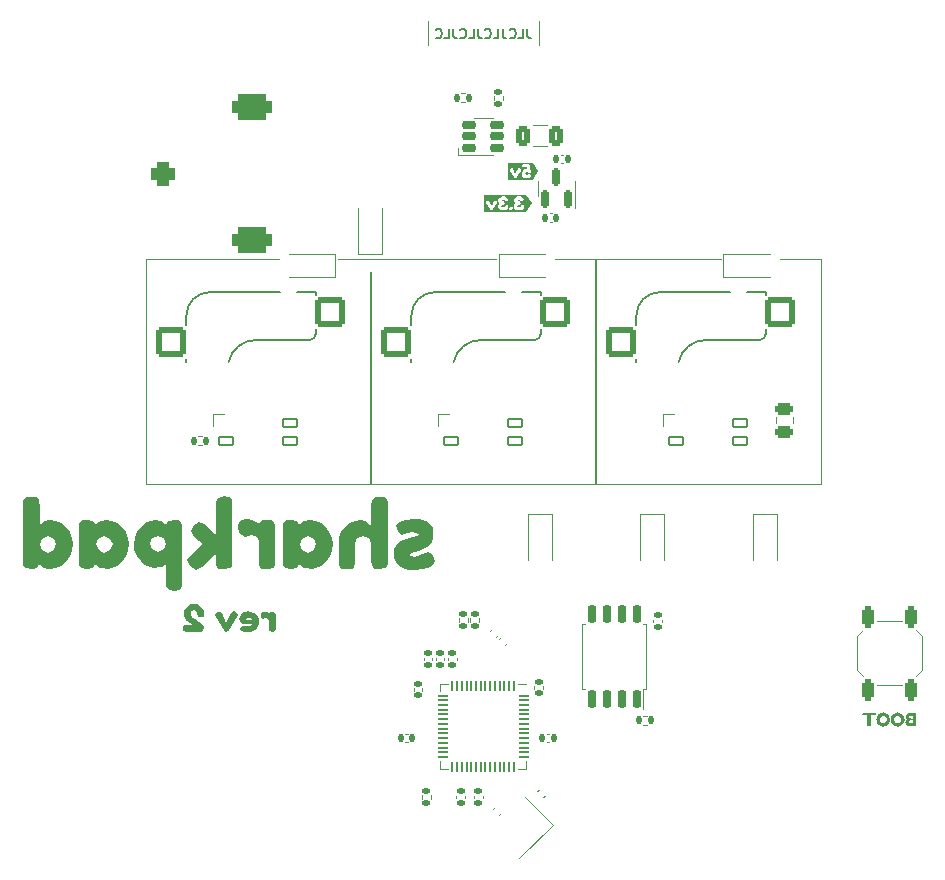
<source format=gbr>
%TF.GenerationSoftware,KiCad,Pcbnew,(6.0.9)*%
%TF.CreationDate,2022-12-06T02:01:01+08:00*%
%TF.ProjectId,sharkpad rev2,73686172-6b70-4616-9420-726576322e6b,rev?*%
%TF.SameCoordinates,Original*%
%TF.FileFunction,Legend,Bot*%
%TF.FilePolarity,Positive*%
%FSLAX46Y46*%
G04 Gerber Fmt 4.6, Leading zero omitted, Abs format (unit mm)*
G04 Created by KiCad (PCBNEW (6.0.9)) date 2022-12-06 02:01:01*
%MOMM*%
%LPD*%
G01*
G04 APERTURE LIST*
G04 Aperture macros list*
%AMRoundRect*
0 Rectangle with rounded corners*
0 $1 Rounding radius*
0 $2 $3 $4 $5 $6 $7 $8 $9 X,Y pos of 4 corners*
0 Add a 4 corners polygon primitive as box body*
4,1,4,$2,$3,$4,$5,$6,$7,$8,$9,$2,$3,0*
0 Add four circle primitives for the rounded corners*
1,1,$1+$1,$2,$3*
1,1,$1+$1,$4,$5*
1,1,$1+$1,$6,$7*
1,1,$1+$1,$8,$9*
0 Add four rect primitives between the rounded corners*
20,1,$1+$1,$2,$3,$4,$5,0*
20,1,$1+$1,$4,$5,$6,$7,0*
20,1,$1+$1,$6,$7,$8,$9,0*
20,1,$1+$1,$8,$9,$2,$3,0*%
%AMRotRect*
0 Rectangle, with rotation*
0 The origin of the aperture is its center*
0 $1 length*
0 $2 width*
0 $3 Rotation angle, in degrees counterclockwise*
0 Add horizontal line*
21,1,$1,$2,0,0,$3*%
%AMFreePoly0*
4,1,18,-0.410000,0.593000,-0.403758,0.624380,-0.385983,0.650983,-0.359380,0.668758,-0.328000,0.675000,0.328000,0.675000,0.359380,0.668758,0.385983,0.650983,0.403758,0.624380,0.410000,0.593000,0.410000,-0.593000,0.403758,-0.624380,0.385983,-0.650983,0.359380,-0.668758,0.328000,-0.675000,0.000000,-0.675000,-0.410000,-0.265000,-0.410000,0.593000,-0.410000,0.593000,$1*%
G04 Aperture macros list end*
%ADD10C,0.152400*%
%ADD11C,0.100000*%
%ADD12C,0.120000*%
%ADD13C,0.150000*%
%ADD14RoundRect,0.275000X0.275000X-0.625000X0.275000X0.625000X-0.275000X0.625000X-0.275000X-0.625000X0*%
%ADD15C,3.200000*%
%ADD16C,2.000000*%
%ADD17RoundRect,0.500000X-0.500000X-0.500000X0.500000X-0.500000X0.500000X0.500000X-0.500000X0.500000X0*%
%ADD18RoundRect,0.550000X-1.150000X-0.550000X1.150000X-0.550000X1.150000X0.550000X-1.150000X0.550000X0*%
%ADD19RoundRect,0.082000X-0.593000X0.328000X-0.593000X-0.328000X0.593000X-0.328000X0.593000X0.328000X0*%
%ADD20FreePoly0,270.000000*%
%ADD21RoundRect,0.150000X0.150000X-0.587500X0.150000X0.587500X-0.150000X0.587500X-0.150000X-0.587500X0*%
%ADD22R,0.900000X1.200000*%
%ADD23RoundRect,0.140000X-0.170000X0.140000X-0.170000X-0.140000X0.170000X-0.140000X0.170000X0.140000X0*%
%ADD24RoundRect,0.135000X-0.135000X-0.185000X0.135000X-0.185000X0.135000X0.185000X-0.135000X0.185000X0*%
%ADD25C,0.650000*%
%ADD26R,0.600000X1.450000*%
%ADD27R,0.300000X1.450000*%
%ADD28O,1.000000X1.600000*%
%ADD29O,1.000000X2.100000*%
%ADD30RoundRect,0.140000X-0.021213X0.219203X-0.219203X0.021213X0.021213X-0.219203X0.219203X-0.021213X0*%
%ADD31RoundRect,0.150000X-0.475000X-0.150000X0.475000X-0.150000X0.475000X0.150000X-0.475000X0.150000X0*%
%ADD32RoundRect,0.140000X0.170000X-0.140000X0.170000X0.140000X-0.170000X0.140000X-0.170000X-0.140000X0*%
%ADD33RoundRect,0.135000X0.135000X0.185000X-0.135000X0.185000X-0.135000X-0.185000X0.135000X-0.185000X0*%
%ADD34RoundRect,0.135000X0.185000X-0.135000X0.185000X0.135000X-0.185000X0.135000X-0.185000X-0.135000X0*%
%ADD35RoundRect,0.250000X-0.475000X0.250000X-0.475000X-0.250000X0.475000X-0.250000X0.475000X0.250000X0*%
%ADD36R,1.200000X0.900000*%
%ADD37RotRect,1.400000X1.200000X225.000000*%
%ADD38RoundRect,0.135000X-0.185000X0.135000X-0.185000X-0.135000X0.185000X-0.135000X0.185000X0.135000X0*%
%ADD39C,3.987800*%
%ADD40C,1.750000*%
%ADD41RoundRect,0.250000X1.025000X1.000000X-1.025000X1.000000X-1.025000X-1.000000X1.025000X-1.000000X0*%
%ADD42C,3.300000*%
%ADD43RoundRect,0.150000X0.150000X-0.650000X0.150000X0.650000X-0.150000X0.650000X-0.150000X-0.650000X0*%
%ADD44RoundRect,0.140000X0.021213X-0.219203X0.219203X-0.021213X-0.021213X0.219203X-0.219203X0.021213X0*%
%ADD45RoundRect,0.140000X-0.140000X-0.170000X0.140000X-0.170000X0.140000X0.170000X-0.140000X0.170000X0*%
%ADD46RoundRect,0.140000X0.140000X0.170000X-0.140000X0.170000X-0.140000X-0.170000X0.140000X-0.170000X0*%
%ADD47RoundRect,0.050000X0.387500X0.050000X-0.387500X0.050000X-0.387500X-0.050000X0.387500X-0.050000X0*%
%ADD48RoundRect,0.050000X0.050000X0.387500X-0.050000X0.387500X-0.050000X-0.387500X0.050000X-0.387500X0*%
%ADD49R,3.200000X3.200000*%
%ADD50RoundRect,0.250000X-0.375000X-0.625000X0.375000X-0.625000X0.375000X0.625000X-0.375000X0.625000X0*%
G04 APERTURE END LIST*
D10*
X123625000Y-78675000D02*
X123625000Y-97725000D01*
D11*
X134200000Y-78675000D02*
X120200000Y-78675000D01*
X142675000Y-78675000D02*
X139200000Y-78675000D01*
X96800000Y-78675000D02*
X85525000Y-78675000D01*
D10*
X104575000Y-97725000D02*
X104575000Y-79725000D01*
D11*
X142675000Y-97725000D02*
X142675000Y-78675000D01*
X85525000Y-97725000D02*
X142675000Y-97725000D01*
X85525000Y-78675000D02*
X85525000Y-97725000D01*
X115200000Y-78675000D02*
X101800000Y-78675000D01*
D10*
X117854361Y-59154895D02*
X117854361Y-59735466D01*
X117893066Y-59851580D01*
X117970476Y-59928990D01*
X118086590Y-59967695D01*
X118164000Y-59967695D01*
X117080266Y-59967695D02*
X117467314Y-59967695D01*
X117467314Y-59154895D01*
X116344876Y-59890285D02*
X116383580Y-59928990D01*
X116499695Y-59967695D01*
X116577104Y-59967695D01*
X116693219Y-59928990D01*
X116770628Y-59851580D01*
X116809333Y-59774171D01*
X116848038Y-59619352D01*
X116848038Y-59503238D01*
X116809333Y-59348419D01*
X116770628Y-59271009D01*
X116693219Y-59193600D01*
X116577104Y-59154895D01*
X116499695Y-59154895D01*
X116383580Y-59193600D01*
X116344876Y-59232304D01*
X115764304Y-59154895D02*
X115764304Y-59735466D01*
X115803009Y-59851580D01*
X115880419Y-59928990D01*
X115996533Y-59967695D01*
X116073942Y-59967695D01*
X114990209Y-59967695D02*
X115377257Y-59967695D01*
X115377257Y-59154895D01*
X114254819Y-59890285D02*
X114293523Y-59928990D01*
X114409638Y-59967695D01*
X114487047Y-59967695D01*
X114603161Y-59928990D01*
X114680571Y-59851580D01*
X114719276Y-59774171D01*
X114757980Y-59619352D01*
X114757980Y-59503238D01*
X114719276Y-59348419D01*
X114680571Y-59271009D01*
X114603161Y-59193600D01*
X114487047Y-59154895D01*
X114409638Y-59154895D01*
X114293523Y-59193600D01*
X114254819Y-59232304D01*
X113674247Y-59154895D02*
X113674247Y-59735466D01*
X113712952Y-59851580D01*
X113790361Y-59928990D01*
X113906476Y-59967695D01*
X113983885Y-59967695D01*
X112900152Y-59967695D02*
X113287200Y-59967695D01*
X113287200Y-59154895D01*
X112164761Y-59890285D02*
X112203466Y-59928990D01*
X112319580Y-59967695D01*
X112396990Y-59967695D01*
X112513104Y-59928990D01*
X112590514Y-59851580D01*
X112629219Y-59774171D01*
X112667923Y-59619352D01*
X112667923Y-59503238D01*
X112629219Y-59348419D01*
X112590514Y-59271009D01*
X112513104Y-59193600D01*
X112396990Y-59154895D01*
X112319580Y-59154895D01*
X112203466Y-59193600D01*
X112164761Y-59232304D01*
X111584190Y-59154895D02*
X111584190Y-59735466D01*
X111622895Y-59851580D01*
X111700304Y-59928990D01*
X111816419Y-59967695D01*
X111893828Y-59967695D01*
X110810095Y-59967695D02*
X111197142Y-59967695D01*
X111197142Y-59154895D01*
X110074704Y-59890285D02*
X110113409Y-59928990D01*
X110229523Y-59967695D01*
X110306933Y-59967695D01*
X110423047Y-59928990D01*
X110500457Y-59851580D01*
X110539161Y-59774171D01*
X110577866Y-59619352D01*
X110577866Y-59503238D01*
X110539161Y-59348419D01*
X110500457Y-59271009D01*
X110423047Y-59193600D01*
X110306933Y-59154895D01*
X110229523Y-59154895D01*
X110113409Y-59193600D01*
X110074704Y-59232304D01*
D12*
%TO.C,JP1*%
X147460000Y-114745000D02*
X149540000Y-114745000D01*
X145780000Y-113475000D02*
X145780000Y-110575000D01*
X151220000Y-113475000D02*
X151220000Y-110575000D01*
X147460000Y-109305000D02*
X149540000Y-109305000D01*
X151220000Y-113475000D02*
X150730000Y-113965000D01*
X145780000Y-110575000D02*
X146270000Y-110085000D01*
X145780000Y-113475000D02*
X146270000Y-113965000D01*
X151220000Y-110575000D02*
X150730000Y-110085000D01*
%TO.C,LED2*%
X110300000Y-92780000D02*
X110300000Y-91780000D01*
X110300000Y-91780000D02*
X111200000Y-91780000D01*
%TO.C,kibuzzard-1*%
G36*
X147968188Y-118223488D02*
G01*
X147852300Y-118212425D01*
X147745938Y-118179236D01*
X147649100Y-118123921D01*
X147561788Y-118046481D01*
X147489556Y-117953315D01*
X147437963Y-117850822D01*
X147407006Y-117739002D01*
X147397432Y-117626587D01*
X147677675Y-117626587D01*
X147687729Y-117716369D01*
X147717892Y-117793099D01*
X147768163Y-117856775D01*
X147864206Y-117921069D01*
X147971363Y-117942500D01*
X148078717Y-117920473D01*
X148175356Y-117854394D01*
X148226068Y-117789747D01*
X148256495Y-117713283D01*
X148266638Y-117625000D01*
X148256583Y-117536717D01*
X148226421Y-117460253D01*
X148176150Y-117395606D01*
X148080106Y-117329527D01*
X147972950Y-117307500D01*
X147865595Y-117329328D01*
X147768956Y-117394812D01*
X147718244Y-117459371D01*
X147687817Y-117536629D01*
X147677675Y-117626587D01*
X147397432Y-117626587D01*
X147396688Y-117617856D01*
X147407502Y-117497157D01*
X147439947Y-117386677D01*
X147494021Y-117286416D01*
X147569725Y-117196375D01*
X147660113Y-117122060D01*
X147758241Y-117068978D01*
X147864107Y-117037129D01*
X147977713Y-117026512D01*
X148085663Y-117037625D01*
X148190438Y-117070962D01*
X148287672Y-117123747D01*
X148373000Y-117193200D01*
X148444438Y-117280314D01*
X148500000Y-117386081D01*
X148535719Y-117505342D01*
X148547625Y-117632937D01*
X148537058Y-117749420D01*
X148505358Y-117857569D01*
X148452524Y-117957383D01*
X148378556Y-118048863D01*
X148289507Y-118125261D01*
X148191430Y-118179831D01*
X148084323Y-118212573D01*
X147971363Y-118223189D01*
X147968188Y-118223488D01*
G37*
G36*
X150126923Y-118190944D02*
G01*
X150041463Y-118155225D01*
X149966056Y-118095694D01*
X149907054Y-118018524D01*
X149870806Y-117929888D01*
X149857313Y-117829787D01*
X149859168Y-117813912D01*
X150138300Y-117813912D01*
X150163303Y-117894875D01*
X150238313Y-117921863D01*
X150498663Y-117921863D01*
X150498663Y-117320200D01*
X150276413Y-117320200D01*
X150197831Y-117336075D01*
X150171638Y-117391637D01*
X150176400Y-117448787D01*
X150252600Y-117482125D01*
X150350231Y-117504350D01*
X150379600Y-117595631D01*
X150351025Y-117686913D01*
X150265300Y-117709138D01*
X150176400Y-117721838D01*
X150147031Y-117753588D01*
X150138300Y-117813912D01*
X149859168Y-117813912D01*
X149867719Y-117740711D01*
X149898940Y-117657632D01*
X149950975Y-117580550D01*
X149905731Y-117488872D01*
X149890650Y-117388462D01*
X149902115Y-117296740D01*
X149936511Y-117214190D01*
X149993838Y-117140812D01*
X150064746Y-117084368D01*
X150146238Y-117050501D01*
X150238313Y-117039212D01*
X150638363Y-117039212D01*
X150720119Y-117049928D01*
X150762188Y-117082075D01*
X150777269Y-117123350D01*
X150779650Y-117178913D01*
X150779650Y-118059975D01*
X150770125Y-118142525D01*
X150728056Y-118187769D01*
X150639950Y-118202850D01*
X150222438Y-118202850D01*
X150126923Y-118190944D01*
G37*
G36*
X147298263Y-117053500D02*
G01*
X147325250Y-117087631D01*
X147333188Y-117153512D01*
X147325250Y-117220187D01*
X147293500Y-117257494D01*
X147218888Y-117269400D01*
X146914088Y-117269400D01*
X146914088Y-118066325D01*
X146911706Y-118121094D01*
X146897419Y-118162369D01*
X146856144Y-118194913D01*
X146777563Y-118204437D01*
X146698188Y-118194913D01*
X146656119Y-118162369D01*
X146641831Y-118121887D01*
X146639450Y-118067913D01*
X146639450Y-117269400D01*
X146336238Y-117269400D01*
X146255275Y-117255112D01*
X146228288Y-117220981D01*
X146220350Y-117155100D01*
X146228288Y-117088425D01*
X146260038Y-117051119D01*
X146334650Y-117039212D01*
X147217300Y-117039212D01*
X147298263Y-117053500D01*
G37*
G36*
X149198500Y-118223488D02*
G01*
X149082613Y-118212425D01*
X148976250Y-118179236D01*
X148879413Y-118123921D01*
X148792100Y-118046481D01*
X148719869Y-117953315D01*
X148668275Y-117850822D01*
X148637319Y-117739002D01*
X148627744Y-117626587D01*
X148907988Y-117626587D01*
X148918042Y-117716369D01*
X148948204Y-117793099D01*
X148998475Y-117856775D01*
X149094519Y-117921069D01*
X149201675Y-117942500D01*
X149309030Y-117920473D01*
X149405669Y-117854394D01*
X149456381Y-117789747D01*
X149486808Y-117713283D01*
X149496950Y-117625000D01*
X149486896Y-117536717D01*
X149456733Y-117460253D01*
X149406463Y-117395606D01*
X149310419Y-117329527D01*
X149203263Y-117307500D01*
X149095908Y-117329328D01*
X148999269Y-117394812D01*
X148948557Y-117459371D01*
X148918130Y-117536629D01*
X148907988Y-117626587D01*
X148627744Y-117626587D01*
X148627000Y-117617856D01*
X148637815Y-117497157D01*
X148670259Y-117386677D01*
X148724334Y-117286416D01*
X148800038Y-117196375D01*
X148890426Y-117122060D01*
X148988553Y-117068978D01*
X149094420Y-117037129D01*
X149208025Y-117026512D01*
X149315975Y-117037625D01*
X149420750Y-117070962D01*
X149517984Y-117123747D01*
X149603313Y-117193200D01*
X149674750Y-117280314D01*
X149730313Y-117386081D01*
X149766031Y-117505342D01*
X149777938Y-117632937D01*
X149767371Y-117749420D01*
X149735670Y-117857569D01*
X149682836Y-117957383D01*
X149608869Y-118048863D01*
X149519820Y-118125261D01*
X149421742Y-118179831D01*
X149314636Y-118212573D01*
X149201675Y-118223189D01*
X149198500Y-118223488D01*
G37*
%TO.C,U1*%
X121872500Y-72662500D02*
X121872500Y-72012500D01*
X118752500Y-72662500D02*
X118752500Y-73312500D01*
X118752500Y-72662500D02*
X118752500Y-72012500D01*
X121872500Y-72662500D02*
X121872500Y-74337500D01*
%TO.C,D1*%
X134450000Y-78200000D02*
X138350000Y-78200000D01*
X134450000Y-80200000D02*
X134450000Y-78200000D01*
X134450000Y-80200000D02*
X138350000Y-80200000D01*
%TO.C,kibuzzard-6*%
G36*
X93562025Y-109437750D02*
G01*
X93489397Y-109318688D01*
X93465187Y-109148825D01*
X93466328Y-109140887D01*
X94014463Y-109140887D01*
X94135112Y-109242488D01*
X94535163Y-109242488D01*
X94433563Y-109063100D01*
X94228775Y-108978962D01*
X94070025Y-109023412D01*
X94014463Y-109140887D01*
X93466328Y-109140887D01*
X93492175Y-108961103D01*
X93573137Y-108788462D01*
X93691009Y-108652334D01*
X93838250Y-108555100D01*
X94014859Y-108496759D01*
X94220838Y-108477312D01*
X94464783Y-108503947D01*
X94680154Y-108583851D01*
X94866950Y-108717025D01*
X95010707Y-108894649D01*
X95096961Y-109107903D01*
X95125713Y-109356788D01*
X95103488Y-109561751D01*
X95036813Y-109753310D01*
X94925688Y-109931462D01*
X94803847Y-110051716D01*
X94641525Y-110145775D01*
X94445866Y-110206497D01*
X94224013Y-110226738D01*
X93928142Y-110209077D01*
X93716806Y-110156094D01*
X93590005Y-110067789D01*
X93547737Y-109944162D01*
X93589012Y-109798113D01*
X93763637Y-109655238D01*
X93890638Y-109690163D01*
X93925563Y-109702863D01*
X94050181Y-109731438D01*
X94214488Y-109740963D01*
X94424038Y-109680638D01*
X94528813Y-109531413D01*
X93776338Y-109531413D01*
X93562025Y-109437750D01*
G37*
G36*
X93173088Y-108550338D02*
G01*
X93296913Y-108652731D01*
X93338188Y-108763062D01*
X93274688Y-108934513D01*
X92614288Y-110064813D01*
X92585712Y-110099738D01*
X92498400Y-110168000D01*
X92368225Y-110201338D01*
X92230112Y-110158475D01*
X92128513Y-110061638D01*
X91471287Y-108934513D01*
X91407788Y-108759887D01*
X91449062Y-108651938D01*
X91572888Y-108550338D01*
X91747513Y-108483662D01*
X91849113Y-108510650D01*
X91904675Y-108564625D01*
X91957063Y-108651937D01*
X92372988Y-109452037D01*
X92788913Y-108651937D01*
X92873050Y-108523350D01*
X92982587Y-108480487D01*
X93173088Y-108550338D01*
G37*
G36*
X95801988Y-108550338D02*
G01*
X95930575Y-108636063D01*
X95976613Y-108690037D01*
X96011538Y-108585262D01*
X96094881Y-108530494D01*
X96249663Y-108512238D01*
X96413175Y-108533669D01*
X96497313Y-108597963D01*
X96524300Y-108678925D01*
X96529063Y-108788462D01*
X96529063Y-109994962D01*
X96471913Y-110131487D01*
X96252838Y-110185463D01*
X96090913Y-110164825D01*
X96005188Y-110102913D01*
X95975025Y-110018775D01*
X95970263Y-109909237D01*
X95970263Y-109242488D01*
X95895650Y-109096438D01*
X95735313Y-109036112D01*
X95597200Y-109061512D01*
X95487663Y-109086912D01*
X95313038Y-108966262D01*
X95252713Y-108744012D01*
X95292400Y-108596375D01*
X95392413Y-108531288D01*
X95503538Y-108504300D01*
X95628950Y-108496362D01*
X95801988Y-108550338D01*
G37*
G36*
X89860681Y-107852367D02*
G01*
X90067056Y-107939679D01*
X90240975Y-108085200D01*
X90372385Y-108267410D01*
X90451231Y-108464789D01*
X90477512Y-108677337D01*
X90461637Y-108839262D01*
X90375119Y-108929750D01*
X90198112Y-108959913D01*
X90036187Y-108940863D01*
X89950462Y-108883713D01*
X89920300Y-108804338D01*
X89915537Y-108699562D01*
X89915537Y-108680513D01*
X89902837Y-108607487D01*
X89818700Y-108459850D01*
X89642487Y-108385237D01*
X89483737Y-108413813D01*
X89399600Y-108475725D01*
X89350387Y-108561450D01*
X89328163Y-108642413D01*
X89357928Y-108781319D01*
X89447225Y-108912287D01*
X89578591Y-109032541D01*
X89734562Y-109139300D01*
X89902837Y-109240106D01*
X90071113Y-109342500D01*
X90227084Y-109456006D01*
X90358450Y-109590150D01*
X90447747Y-109741359D01*
X90477512Y-109906062D01*
X90394963Y-110106087D01*
X90198112Y-110191812D01*
X88956687Y-110191812D01*
X88759837Y-110153713D01*
X88691575Y-110071162D01*
X88670937Y-109910825D01*
X88689987Y-109748900D01*
X88764600Y-109656825D01*
X88950337Y-109626663D01*
X89531362Y-109626663D01*
X89531362Y-109610787D01*
X89451987Y-109579038D01*
X89255137Y-109471881D01*
X89032888Y-109296463D01*
X88929700Y-109182163D01*
X88842387Y-109036112D01*
X88782856Y-108869425D01*
X88763012Y-108693213D01*
X88789471Y-108475019D01*
X88868846Y-108273407D01*
X89001138Y-108088375D01*
X89175939Y-107941090D01*
X89382843Y-107852719D01*
X89621850Y-107823262D01*
X89860681Y-107852367D01*
G37*
%TO.C,kibuzzard-5*%
G36*
X98513438Y-104459344D02*
G01*
X98342781Y-104772875D01*
X97763344Y-104880031D01*
X97411117Y-104828438D01*
X97219625Y-104673656D01*
X97152156Y-104463313D01*
X97140250Y-104189469D01*
X97140250Y-102804375D01*
X98576938Y-102804375D01*
X98771406Y-103276656D01*
X99259563Y-103490969D01*
X99759625Y-103280625D01*
X99966000Y-102808344D01*
X99771531Y-102324156D01*
X99263531Y-102101906D01*
X98763469Y-102324156D01*
X98576938Y-102804375D01*
X97140250Y-102804375D01*
X97140250Y-101411344D01*
X97152156Y-101137500D01*
X97223594Y-100927156D01*
X97433938Y-100760469D01*
X97894313Y-100712844D01*
X98340797Y-100823969D01*
X98521375Y-101157344D01*
X98664250Y-100994625D01*
X98973813Y-100816031D01*
X99465938Y-100720781D01*
X99924108Y-100790014D01*
X100356701Y-100997712D01*
X100763719Y-101343875D01*
X101092243Y-101782201D01*
X101289358Y-102266389D01*
X101355063Y-102796438D01*
X101289799Y-103326927D01*
X101094007Y-103812438D01*
X100767688Y-104252969D01*
X100365080Y-104601337D01*
X99940424Y-104810358D01*
X99493719Y-104880031D01*
X99259563Y-104838175D01*
X98905352Y-104774859D01*
X98513438Y-104459344D01*
G37*
G36*
X94687563Y-100808094D02*
G01*
X95009031Y-101022406D01*
X95124125Y-101157344D01*
X95211438Y-100895406D01*
X95419797Y-100758484D01*
X95806750Y-100712844D01*
X96215531Y-100766422D01*
X96425875Y-100927156D01*
X96493344Y-101129562D01*
X96505250Y-101403406D01*
X96505250Y-104419656D01*
X96362375Y-104760969D01*
X95814688Y-104895906D01*
X95409875Y-104844313D01*
X95195563Y-104689531D01*
X95120156Y-104479187D01*
X95108250Y-104205344D01*
X95108250Y-102538469D01*
X94921719Y-102173344D01*
X94520875Y-102022531D01*
X94175594Y-102086031D01*
X93901750Y-102149531D01*
X93465188Y-101847906D01*
X93314375Y-101292281D01*
X93413594Y-100923187D01*
X93663625Y-100760469D01*
X93941438Y-100693000D01*
X94254969Y-100673156D01*
X94687563Y-100808094D01*
G37*
G36*
X86321437Y-104784781D02*
G01*
X85895899Y-104716872D01*
X85487118Y-104513142D01*
X85095094Y-104173594D01*
X84775389Y-103744087D01*
X84583566Y-103270483D01*
X84520605Y-102760719D01*
X85876938Y-102760719D01*
X86079344Y-103229031D01*
X86571469Y-103435406D01*
X87047719Y-103225063D01*
X87234250Y-102760719D01*
X87051687Y-102292406D01*
X86563531Y-102078094D01*
X86067437Y-102288437D01*
X85876938Y-102760719D01*
X84520605Y-102760719D01*
X84519625Y-102752781D01*
X84584007Y-102235080D01*
X84777153Y-101761476D01*
X85099062Y-101331969D01*
X85492851Y-100992420D01*
X85901632Y-100788691D01*
X86325406Y-100720781D01*
X86885992Y-100823969D01*
X87273937Y-101133531D01*
X87444594Y-100820000D01*
X88012125Y-100712844D01*
X88355422Y-100766422D01*
X88543937Y-100927156D01*
X88611406Y-101125594D01*
X88623313Y-101395469D01*
X88623313Y-106030969D01*
X88611406Y-106300844D01*
X88539969Y-106499281D01*
X88333594Y-106658031D01*
X87940687Y-106705656D01*
X87551750Y-106658031D01*
X87349344Y-106495312D01*
X87277906Y-106292906D01*
X87266000Y-106023031D01*
X87266000Y-104419656D01*
X86883016Y-104693500D01*
X86571469Y-104744140D01*
X86321437Y-104784781D01*
G37*
G36*
X105748469Y-98813797D02*
G01*
X105958813Y-98974531D01*
X106026281Y-99176937D01*
X106038188Y-99450781D01*
X106038188Y-104197406D01*
X106026281Y-104475219D01*
X105958813Y-104681594D01*
X105750453Y-104842328D01*
X105347625Y-104895906D01*
X104940828Y-104844313D01*
X104736438Y-104689531D01*
X104661031Y-104479187D01*
X104649125Y-104205344D01*
X104649125Y-102665469D01*
X104403063Y-102280500D01*
X103906969Y-102109844D01*
X103442625Y-102292406D01*
X103260063Y-102800406D01*
X103260063Y-104189469D01*
X103248156Y-104475219D01*
X103172750Y-104689531D01*
X102962406Y-104844313D01*
X102569500Y-104895906D01*
X102162703Y-104844313D01*
X101958313Y-104689531D01*
X101882906Y-104479187D01*
X101871000Y-104205344D01*
X101871000Y-102808344D01*
X101929649Y-102256247D01*
X102105597Y-101764122D01*
X102398844Y-101331969D01*
X102780285Y-100996830D01*
X103220816Y-100795747D01*
X103720438Y-100728719D01*
X104218516Y-100849766D01*
X104649125Y-101212906D01*
X104649125Y-99458719D01*
X104661031Y-99184875D01*
X104736438Y-98974531D01*
X104938844Y-98813797D01*
X105339688Y-98760219D01*
X105748469Y-98813797D01*
G37*
G36*
X92588094Y-98797922D02*
G01*
X92798438Y-98958656D01*
X92865906Y-99169000D01*
X92877813Y-99442844D01*
X92877813Y-104197406D01*
X92865906Y-104471250D01*
X92798438Y-104681594D01*
X92590078Y-104842328D01*
X92187250Y-104895906D01*
X91780453Y-104844313D01*
X91576063Y-104689531D01*
X91500656Y-104479187D01*
X91488750Y-104205344D01*
X91488750Y-103594156D01*
X91244672Y-103807477D01*
X90909313Y-104129938D01*
X90577922Y-104450414D01*
X90345750Y-104657781D01*
X90266375Y-104713344D01*
X89782188Y-104943531D01*
X89305938Y-104610156D01*
X89059875Y-104094219D01*
X89111469Y-103927531D01*
X89361500Y-103673531D01*
X90417188Y-102800406D01*
X89631375Y-102133656D01*
X89337688Y-101705031D01*
X89595656Y-101201000D01*
X90052063Y-100879531D01*
X90528313Y-101093844D01*
X90623563Y-101157344D01*
X91056156Y-101562156D01*
X91488750Y-101966969D01*
X91488750Y-99450781D01*
X91496688Y-99228531D01*
X91639563Y-98879281D01*
X92179313Y-98744344D01*
X92588094Y-98797922D01*
G37*
G36*
X108793453Y-100683634D02*
G01*
X109275735Y-100834129D01*
X109620223Y-101084954D01*
X109826915Y-101436109D01*
X109895813Y-101887594D01*
X109858109Y-102279508D01*
X109745000Y-102613875D01*
X109364000Y-103062344D01*
X108869891Y-103306422D01*
X108371813Y-103435406D01*
X107972953Y-103526687D01*
X107840000Y-103657656D01*
X107961047Y-103800531D01*
X108324188Y-103848156D01*
X108927438Y-103653688D01*
X109455281Y-103459219D01*
X109737063Y-103594156D01*
X109963281Y-103961266D01*
X110038688Y-104221219D01*
X109887875Y-104522844D01*
X109410302Y-104769788D01*
X108919500Y-104917955D01*
X108415469Y-104967344D01*
X107933486Y-104940003D01*
X107508830Y-104857983D01*
X107141500Y-104721281D01*
X106708906Y-104288688D01*
X106592820Y-103968211D01*
X106554125Y-103586219D01*
X106592820Y-103208195D01*
X106708906Y-102899625D01*
X107093875Y-102514656D01*
X107593938Y-102316219D01*
X108109875Y-102213031D01*
X108514688Y-102099922D01*
X108649625Y-101903469D01*
X108181313Y-101728844D01*
X107621719Y-101847906D01*
X107268500Y-101966969D01*
X106911313Y-101689156D01*
X106736688Y-101220844D01*
X107014500Y-100903344D01*
X107601875Y-100700937D01*
X108173375Y-100633469D01*
X108793453Y-100683634D01*
G37*
G36*
X81281125Y-104459344D02*
G01*
X81110469Y-104772875D01*
X80531031Y-104880031D01*
X80178805Y-104828438D01*
X79987312Y-104673656D01*
X79919844Y-104463313D01*
X79907937Y-104189469D01*
X79907937Y-102804375D01*
X81344625Y-102804375D01*
X81539094Y-103276656D01*
X82027250Y-103490969D01*
X82527312Y-103280625D01*
X82733687Y-102808344D01*
X82539219Y-102324156D01*
X82031219Y-102101906D01*
X81531156Y-102324156D01*
X81344625Y-102804375D01*
X79907937Y-102804375D01*
X79907937Y-101411344D01*
X79919844Y-101137500D01*
X79991281Y-100927156D01*
X80201625Y-100760469D01*
X80662000Y-100712844D01*
X81108484Y-100823969D01*
X81289062Y-101157344D01*
X81431937Y-100994625D01*
X81741500Y-100816031D01*
X82233625Y-100720781D01*
X82691795Y-100790014D01*
X83124389Y-100997712D01*
X83531406Y-101343875D01*
X83859931Y-101782201D01*
X84057045Y-102266389D01*
X84122750Y-102796438D01*
X84057486Y-103326927D01*
X83861694Y-103812438D01*
X83535375Y-104252969D01*
X83132767Y-104601337D01*
X82708111Y-104810358D01*
X82261406Y-104880031D01*
X82027250Y-104838175D01*
X81673039Y-104774859D01*
X81281125Y-104459344D01*
G37*
G36*
X76534500Y-104499031D02*
G01*
X76348961Y-104790734D01*
X75919344Y-104887969D01*
X75475836Y-104834391D01*
X75248625Y-104673656D01*
X75173219Y-104471250D01*
X75161312Y-104197406D01*
X75161312Y-102812312D01*
X76574187Y-102812312D01*
X76768656Y-103284594D01*
X77256812Y-103498906D01*
X77756875Y-103284594D01*
X77963250Y-102808344D01*
X77772750Y-102328125D01*
X77264750Y-102109844D01*
X76760719Y-102332094D01*
X76574187Y-102812312D01*
X75161312Y-102812312D01*
X75161312Y-99458719D01*
X75173219Y-99184875D01*
X75244656Y-98974531D01*
X75455000Y-98807844D01*
X75855844Y-98760219D01*
X76256687Y-98807844D01*
X76467031Y-98970562D01*
X76538469Y-99176937D01*
X76550375Y-99450781D01*
X76550375Y-101117656D01*
X76941297Y-100820000D01*
X77463187Y-100720781D01*
X77921358Y-100790455D01*
X78353951Y-100999476D01*
X78760969Y-101347844D01*
X79089493Y-101788375D01*
X79286608Y-102273885D01*
X79352312Y-102804375D01*
X79287049Y-103334424D01*
X79091257Y-103818611D01*
X78764937Y-104256938D01*
X78359243Y-104603101D01*
X77925326Y-104810799D01*
X77463187Y-104880031D01*
X77256812Y-104842930D01*
X76933359Y-104784781D01*
X76534500Y-104499031D01*
G37*
%TO.C,C16*%
X113346000Y-124092164D02*
X113346000Y-124307836D01*
X114066000Y-124092164D02*
X114066000Y-124307836D01*
%TO.C,R7*%
X89971359Y-94417500D02*
X90278641Y-94417500D01*
X89971359Y-93657500D02*
X90278641Y-93657500D01*
%TO.C,kibuzzard-2*%
G36*
X114195340Y-73191840D02*
G01*
X117715886Y-73191840D01*
X118204660Y-73925000D01*
X117715886Y-74658160D01*
X114195340Y-74658160D01*
X114195340Y-73792444D01*
X114327632Y-73792444D01*
X114359382Y-73879756D01*
X114687994Y-74443319D01*
X114738794Y-74491738D01*
X114807851Y-74513169D01*
X114872938Y-74496500D01*
X114916594Y-74462369D01*
X114930882Y-74444906D01*
X115111750Y-74135344D01*
X115356332Y-74135344D01*
X115370443Y-74241971D01*
X115412776Y-74335369D01*
X115483332Y-74415537D01*
X115575231Y-74476833D01*
X115681593Y-74513610D01*
X115802419Y-74525869D01*
X115922364Y-74513522D01*
X116028197Y-74476480D01*
X116119919Y-74414744D01*
X116164766Y-74365134D01*
X116167484Y-74360769D01*
X116321532Y-74360769D01*
X116323913Y-74417125D01*
X116340582Y-74460781D01*
X116382452Y-74495309D01*
X116460438Y-74506819D01*
X116540210Y-74499278D01*
X116587438Y-74476656D01*
X116618394Y-74362356D01*
X116618394Y-74356006D01*
X116616013Y-74300444D01*
X116600932Y-74257581D01*
X116559062Y-74221863D01*
X116481076Y-74209956D01*
X116399915Y-74218291D01*
X116348519Y-74243294D01*
X116321532Y-74354419D01*
X116321532Y-74360769D01*
X116167484Y-74360769D01*
X116204057Y-74302031D01*
X116221519Y-74260756D01*
X116224694Y-74244881D01*
X116242157Y-74159156D01*
X116228746Y-74135344D01*
X116697769Y-74135344D01*
X116711881Y-74241971D01*
X116754214Y-74335369D01*
X116824769Y-74415537D01*
X116916668Y-74476833D01*
X117023031Y-74513610D01*
X117143857Y-74525869D01*
X117263801Y-74513522D01*
X117369635Y-74476480D01*
X117461357Y-74414744D01*
X117506204Y-74365134D01*
X117545494Y-74302031D01*
X117562957Y-74260756D01*
X117566132Y-74244881D01*
X117583594Y-74159156D01*
X117544701Y-74090100D01*
X117428019Y-74067081D01*
X117343882Y-74082956D01*
X117296257Y-74165506D01*
X117208944Y-74241706D01*
X117142269Y-74251231D01*
X117069244Y-74242698D01*
X117018444Y-74217100D01*
X116978757Y-74140106D01*
X117017651Y-74064700D01*
X117109726Y-74032156D01*
X117181957Y-74028981D01*
X117223232Y-74013106D01*
X117255379Y-73972228D01*
X117266094Y-73890869D01*
X117251410Y-73802366D01*
X117207357Y-73759106D01*
X117124807Y-73751169D01*
X117034319Y-73735691D01*
X117004157Y-73689256D01*
X117035907Y-73625756D01*
X117124013Y-73595594D01*
X117213707Y-73614644D01*
X117254982Y-73652744D01*
X117264507Y-73671794D01*
X117308957Y-73731325D01*
X117369282Y-73751169D01*
X117456594Y-73722594D01*
X117516126Y-73672984D01*
X117535969Y-73616231D01*
X117499457Y-73508281D01*
X117464532Y-73458275D01*
X117398651Y-73395569D01*
X117293876Y-73346356D01*
X117222637Y-73329687D01*
X117143857Y-73324131D01*
X117022854Y-73336478D01*
X116920196Y-73373520D01*
X116835882Y-73435256D01*
X116773264Y-73512426D01*
X116735693Y-73595770D01*
X116723169Y-73685287D01*
X116736928Y-73769337D01*
X116778203Y-73836276D01*
X116846994Y-73886106D01*
X116846994Y-73897219D01*
X116800163Y-73931350D01*
X116750157Y-73982944D01*
X116710866Y-74054381D01*
X116697769Y-74135344D01*
X116228746Y-74135344D01*
X116203263Y-74090100D01*
X116086582Y-74067081D01*
X116002444Y-74082956D01*
X115954819Y-74165506D01*
X115867507Y-74241706D01*
X115800832Y-74251231D01*
X115727807Y-74242698D01*
X115677007Y-74217100D01*
X115637319Y-74140106D01*
X115676213Y-74064700D01*
X115768288Y-74032156D01*
X115840519Y-74028981D01*
X115881794Y-74013106D01*
X115913941Y-73972228D01*
X115924657Y-73890869D01*
X115909973Y-73802366D01*
X115865919Y-73759106D01*
X115783369Y-73751169D01*
X115692882Y-73735691D01*
X115662719Y-73689256D01*
X115694469Y-73625756D01*
X115782576Y-73595594D01*
X115872269Y-73614644D01*
X115913544Y-73652744D01*
X115923069Y-73671794D01*
X115967519Y-73731325D01*
X116027844Y-73751169D01*
X116115157Y-73722594D01*
X116174688Y-73672984D01*
X116194532Y-73616231D01*
X116158019Y-73508281D01*
X116123094Y-73458275D01*
X116057213Y-73395569D01*
X115952438Y-73346356D01*
X115881199Y-73329687D01*
X115802419Y-73324131D01*
X115681417Y-73336478D01*
X115578758Y-73373520D01*
X115494444Y-73435256D01*
X115431826Y-73512426D01*
X115394256Y-73595770D01*
X115381732Y-73685287D01*
X115395490Y-73769337D01*
X115436765Y-73836276D01*
X115505557Y-73886106D01*
X115505557Y-73897219D01*
X115458726Y-73931350D01*
X115408719Y-73982944D01*
X115369429Y-74054381D01*
X115356332Y-74135344D01*
X115111750Y-74135344D01*
X115261082Y-73879756D01*
X115292832Y-73794031D01*
X115272194Y-73738866D01*
X115210282Y-73687669D01*
X115115032Y-73652744D01*
X115060263Y-73674175D01*
X115018194Y-73738469D01*
X114810232Y-74138519D01*
X114602269Y-73738469D01*
X114576076Y-73694812D01*
X114548294Y-73667825D01*
X114497494Y-73654331D01*
X114410182Y-73687669D01*
X114348269Y-73738469D01*
X114327632Y-73792444D01*
X114195340Y-73792444D01*
X114195340Y-73191840D01*
G37*
%TO.C,J1*%
X118800000Y-60500000D02*
X118800000Y-58500000D01*
X109400000Y-60500000D02*
X109400000Y-58500000D01*
%TO.C,LED1*%
X129350000Y-91780000D02*
X130250000Y-91780000D01*
X129350000Y-92780000D02*
X129350000Y-91780000D01*
%TO.C,C3*%
X129243000Y-109172164D02*
X129243000Y-109387836D01*
X128523000Y-109172164D02*
X128523000Y-109387836D01*
%TO.C,C7*%
X119330810Y-124078307D02*
X119178307Y-124230810D01*
X118821693Y-123569190D02*
X118669190Y-123721693D01*
%TO.C,U3*%
X114100000Y-66702500D02*
X113300000Y-66702500D01*
X112000000Y-69212500D02*
X112000000Y-69822500D01*
X112000000Y-69822500D02*
X114900000Y-69822500D01*
X114100000Y-66702500D02*
X114900000Y-66702500D01*
%TO.C,C11*%
X111860000Y-112607836D02*
X111860000Y-112392164D01*
X111140000Y-112607836D02*
X111140000Y-112392164D01*
%TO.C,R4*%
X112543641Y-65380000D02*
X112236359Y-65380000D01*
X112543641Y-64620000D02*
X112236359Y-64620000D01*
%TO.C,R8*%
X108920000Y-124353641D02*
X108920000Y-124046359D01*
X109680000Y-124353641D02*
X109680000Y-124046359D01*
%TO.C,D7*%
X101550000Y-78200000D02*
X101550000Y-80200000D01*
X101550000Y-80200000D02*
X97650000Y-80200000D01*
X101550000Y-78200000D02*
X97650000Y-78200000D01*
%TO.C,C5*%
X140335000Y-92038748D02*
X140335000Y-92561252D01*
X138865000Y-92038748D02*
X138865000Y-92561252D01*
%TO.C,LED3*%
X91250000Y-92780000D02*
X91250000Y-91780000D01*
X91250000Y-91780000D02*
X92150000Y-91780000D01*
%TO.C,D4*%
X127425000Y-100200000D02*
X129425000Y-100200000D01*
X129425000Y-100200000D02*
X129425000Y-104100000D01*
X127425000Y-100200000D02*
X127425000Y-104100000D01*
%TO.C,C15*%
X108960000Y-115207836D02*
X108960000Y-114992164D01*
X108240000Y-115207836D02*
X108240000Y-114992164D01*
%TO.C,Y1*%
X117647487Y-124219060D02*
X119980940Y-126552513D01*
X119980940Y-126552513D02*
X117152513Y-129380940D01*
%TO.C,D8*%
X105500000Y-78250000D02*
X103500000Y-78250000D01*
X103500000Y-78250000D02*
X103500000Y-74350000D01*
X105500000Y-78250000D02*
X105500000Y-74350000D01*
%TO.C,R5*%
X112020000Y-109046359D02*
X112020000Y-109353641D01*
X112780000Y-109046359D02*
X112780000Y-109353641D01*
%TO.C,C9*%
X119160000Y-115007836D02*
X119160000Y-114792164D01*
X118440000Y-115007836D02*
X118440000Y-114792164D01*
%TO.C,D5*%
X136962500Y-100200000D02*
X138962500Y-100200000D01*
X138962500Y-100200000D02*
X138962500Y-104100000D01*
X136962500Y-100200000D02*
X136962500Y-104100000D01*
D13*
%TO.C,SW6*%
X108014824Y-84249780D02*
X108014824Y-83449780D01*
X118464824Y-85499780D02*
X113900000Y-85499780D01*
X117414824Y-81449780D02*
X118964824Y-81449780D01*
X118964824Y-81449780D02*
X118964824Y-81679780D01*
X110014824Y-81449780D02*
X115914824Y-81449780D01*
X108014824Y-87099780D02*
X108014824Y-87339780D01*
X118964824Y-84529780D02*
X118964824Y-84999780D01*
X113900000Y-85499780D02*
G75*
G03*
X111605678Y-87339780I-866J-2349332D01*
G01*
X118464824Y-85499780D02*
G75*
G03*
X118964824Y-84999780I-1J500001D01*
G01*
X110014824Y-81449780D02*
G75*
G03*
X108014824Y-83449780I-15J-1999985D01*
G01*
D12*
%TO.C,U2*%
X127925000Y-112300000D02*
X127925000Y-115025000D01*
X122475000Y-115025000D02*
X122735000Y-115025000D01*
X127925000Y-112300000D02*
X127925000Y-109575000D01*
X122475000Y-109575000D02*
X122735000Y-109575000D01*
X122475000Y-112300000D02*
X122475000Y-115025000D01*
X122475000Y-112300000D02*
X122475000Y-109575000D01*
X127665000Y-115025000D02*
X127665000Y-116700000D01*
X127925000Y-115025000D02*
X127665000Y-115025000D01*
X127925000Y-109575000D02*
X127665000Y-109575000D01*
D13*
%TO.C,SW7*%
X88964824Y-87099780D02*
X88964824Y-87339780D01*
X99414824Y-85499780D02*
X94850000Y-85499780D01*
X99914824Y-81449780D02*
X99914824Y-81679780D01*
X98364824Y-81449780D02*
X99914824Y-81449780D01*
X90964824Y-81449780D02*
X96864824Y-81449780D01*
X88964824Y-84249780D02*
X88964824Y-83449780D01*
X99914824Y-84529780D02*
X99914824Y-84999780D01*
X90964824Y-81449780D02*
G75*
G03*
X88964824Y-83449780I-15J-1999985D01*
G01*
X94850000Y-85499780D02*
G75*
G03*
X92555678Y-87339780I-866J-2349332D01*
G01*
X99414824Y-85499780D02*
G75*
G03*
X99914824Y-84999780I-1J500001D01*
G01*
D12*
%TO.C,C6*%
X115469190Y-110821693D02*
X115621693Y-110669190D01*
X115978307Y-111330810D02*
X116130810Y-111178307D01*
%TO.C,D2*%
X115450000Y-78200000D02*
X119350000Y-78200000D01*
X115450000Y-80200000D02*
X115450000Y-78200000D01*
X115450000Y-80200000D02*
X119350000Y-80200000D01*
%TO.C,R2*%
X115020000Y-64846359D02*
X115020000Y-65153641D01*
X115780000Y-64846359D02*
X115780000Y-65153641D01*
%TO.C,C4*%
X115178307Y-110630810D02*
X115330810Y-110478307D01*
X114669190Y-110121693D02*
X114821693Y-109969190D01*
%TO.C,C8*%
X115630810Y-125578307D02*
X115478307Y-125730810D01*
X115121693Y-125069190D02*
X114969190Y-125221693D01*
%TO.C,C1*%
X119724664Y-74765000D02*
X119940336Y-74765000D01*
X119724664Y-75485000D02*
X119940336Y-75485000D01*
%TO.C,C17*%
X107707836Y-119560000D02*
X107492164Y-119560000D01*
X107707836Y-118840000D02*
X107492164Y-118840000D01*
D13*
%TO.C,SW5*%
X137514824Y-85499780D02*
X132950000Y-85499780D01*
X127064824Y-84249780D02*
X127064824Y-83449780D01*
X127064824Y-87099780D02*
X127064824Y-87339780D01*
X136464824Y-81449780D02*
X138014824Y-81449780D01*
X129064824Y-81449780D02*
X134964824Y-81449780D01*
X138014824Y-84529780D02*
X138014824Y-84999780D01*
X138014824Y-81449780D02*
X138014824Y-81679780D01*
X137514824Y-85499780D02*
G75*
G03*
X138014824Y-84999780I-1J500001D01*
G01*
X129064824Y-81449780D02*
G75*
G03*
X127064824Y-83449780I-15J-1999985D01*
G01*
X132950000Y-85499780D02*
G75*
G03*
X130655678Y-87339780I-866J-2349332D01*
G01*
D12*
%TO.C,C14*%
X111840000Y-124092164D02*
X111840000Y-124307836D01*
X112560000Y-124092164D02*
X112560000Y-124307836D01*
%TO.C,D6*%
X117900000Y-100200000D02*
X117900000Y-104100000D01*
X119900000Y-100200000D02*
X119900000Y-104100000D01*
X117900000Y-100200000D02*
X119900000Y-100200000D01*
%TO.C,R3*%
X127953641Y-117320000D02*
X127646359Y-117320000D01*
X127953641Y-118080000D02*
X127646359Y-118080000D01*
%TO.C,kibuzzard-3*%
G36*
X116222151Y-70473190D02*
G01*
X118293309Y-70473190D01*
X118777849Y-71200000D01*
X118293309Y-71926810D01*
X116222151Y-71926810D01*
X116222151Y-71059506D01*
X116354442Y-71059506D01*
X116386192Y-71146819D01*
X116714805Y-71710381D01*
X116765605Y-71758800D01*
X116834661Y-71780231D01*
X116899749Y-71763563D01*
X116943405Y-71729431D01*
X116957692Y-71711969D01*
X117143662Y-71393675D01*
X117383142Y-71393675D01*
X117395842Y-71498097D01*
X117433942Y-71592289D01*
X117497442Y-71676250D01*
X117579816Y-71741955D01*
X117674537Y-71781378D01*
X117781605Y-71794519D01*
X117876855Y-71786228D01*
X117965755Y-71761358D01*
X118048305Y-71719906D01*
X118087992Y-71689744D01*
X118100692Y-71678631D01*
X118161017Y-71583381D01*
X118102280Y-71480194D01*
X118010205Y-71427806D01*
X117903842Y-71478606D01*
X117804624Y-71511944D01*
X117699849Y-71481781D01*
X117665717Y-71398438D01*
X117703024Y-71314300D01*
X117787955Y-71283344D01*
X117864155Y-71311919D01*
X117950674Y-71348431D01*
X118050686Y-71318269D01*
X118124505Y-71269850D01*
X118141967Y-71230956D01*
X118134030Y-71156741D01*
X118110217Y-70975369D01*
X118086008Y-70796775D01*
X118076880Y-70730894D01*
X118065767Y-70697556D01*
X118042749Y-70654694D01*
X118001474Y-70620563D01*
X117937180Y-70605481D01*
X117695880Y-70607069D01*
X117546655Y-70607069D01*
X117491092Y-70609450D01*
X117449817Y-70624531D01*
X117417670Y-70667394D01*
X117406955Y-70751531D01*
X117416877Y-70828128D01*
X117446642Y-70867419D01*
X117485536Y-70882500D01*
X117537130Y-70884881D01*
X117814942Y-70884881D01*
X117830817Y-71005531D01*
X117775255Y-71002356D01*
X117678065Y-71014968D01*
X117587577Y-71052803D01*
X117503792Y-71115863D01*
X117436765Y-71197178D01*
X117396548Y-71289782D01*
X117383142Y-71393675D01*
X117143662Y-71393675D01*
X117287892Y-71146819D01*
X117319642Y-71061094D01*
X117299005Y-71005928D01*
X117237092Y-70954731D01*
X117141842Y-70919806D01*
X117087074Y-70941238D01*
X117045005Y-71005531D01*
X116837042Y-71405581D01*
X116629080Y-71005531D01*
X116602886Y-70961875D01*
X116575105Y-70934887D01*
X116524305Y-70921394D01*
X116436992Y-70954731D01*
X116375080Y-71005531D01*
X116354442Y-71059506D01*
X116222151Y-71059506D01*
X116222151Y-70473190D01*
G37*
%TO.C,R6*%
X113780000Y-109046359D02*
X113780000Y-109353641D01*
X113020000Y-109046359D02*
X113020000Y-109353641D01*
%TO.C,C13*%
X109085000Y-112607836D02*
X109085000Y-112392164D01*
X109805000Y-112607836D02*
X109805000Y-112392164D01*
%TO.C,C10*%
X119492164Y-119560000D02*
X119707836Y-119560000D01*
X119492164Y-118840000D02*
X119707836Y-118840000D01*
%TO.C,C12*%
X110085000Y-112607836D02*
X110085000Y-112392164D01*
X110805000Y-112607836D02*
X110805000Y-112392164D01*
%TO.C,U4*%
X117060000Y-121810000D02*
X117710000Y-121810000D01*
X117710000Y-121810000D02*
X117710000Y-121160000D01*
X111140000Y-114590000D02*
X110490000Y-114590000D01*
X110490000Y-114590000D02*
X110490000Y-115240000D01*
X110490000Y-121810000D02*
X110490000Y-121160000D01*
X111140000Y-121810000D02*
X110490000Y-121810000D01*
X117060000Y-114590000D02*
X117710000Y-114590000D01*
%TO.C,F1*%
X118297936Y-69110000D02*
X119502064Y-69110000D01*
X118297936Y-67290000D02*
X119502064Y-67290000D01*
%TO.C,C2*%
X120684664Y-69802500D02*
X120900336Y-69802500D01*
X120684664Y-70522500D02*
X120900336Y-70522500D01*
%TD*%
%LPC*%
D14*
%TO.C,JP1*%
X146650000Y-108925000D03*
X146650000Y-115125000D03*
X150350000Y-108925000D03*
X150350000Y-115125000D03*
%TD*%
D15*
%TO.C,REF\u002A\u002A*%
X80500000Y-68400000D03*
%TD*%
D16*
%TO.C,SW1*%
X87000000Y-68900000D03*
X87000000Y-73900000D03*
D17*
X87000000Y-71400000D03*
D18*
X94500000Y-65800000D03*
X94500000Y-77000000D03*
D16*
X101500000Y-73900000D03*
X101500000Y-68900000D03*
%TD*%
%TO.C,SW2*%
X141100000Y-100200000D03*
X134600000Y-100200000D03*
X134600000Y-104700000D03*
X141100000Y-104700000D03*
%TD*%
D15*
%TO.C,REF\u002A\u002A*%
X147700000Y-68400000D03*
%TD*%
%TO.C,REF\u002A\u002A*%
X80500000Y-127400000D03*
%TD*%
%TO.C,REF\u002A\u002A*%
X147700000Y-127400000D03*
%TD*%
D16*
%TO.C,SW4*%
X115550000Y-100200000D03*
X122050000Y-100200000D03*
X115550000Y-104700000D03*
X122050000Y-104700000D03*
%TD*%
%TO.C,SW3*%
X125075000Y-100200000D03*
X131575000Y-100200000D03*
X131575000Y-104700000D03*
X125075000Y-104700000D03*
%TD*%
D19*
%TO.C,LED2*%
X116825000Y-94030000D03*
X116825000Y-92530000D03*
X111375000Y-94030000D03*
D20*
X111375000Y-92530000D03*
%TD*%
D21*
%TO.C,U1*%
X121262500Y-73600000D03*
X119362500Y-73600000D03*
X120312500Y-71725000D03*
%TD*%
D22*
%TO.C,D1*%
X135050000Y-79200000D03*
X138350000Y-79200000D03*
%TD*%
D23*
%TO.C,C16*%
X113706000Y-123720000D03*
X113706000Y-124680000D03*
%TD*%
D24*
%TO.C,R7*%
X89615000Y-94037500D03*
X90635000Y-94037500D03*
%TD*%
D25*
%TO.C,J1*%
X116990000Y-61200000D03*
X111210000Y-61200000D03*
D26*
X110850000Y-62645000D03*
X111650000Y-62645000D03*
D27*
X112850000Y-62645000D03*
X113850000Y-62645000D03*
X114350000Y-62645000D03*
X115350000Y-62645000D03*
D26*
X116550000Y-62645000D03*
X117350000Y-62645000D03*
X117350000Y-62645000D03*
X116550000Y-62645000D03*
D27*
X115850000Y-62645000D03*
X114850000Y-62645000D03*
X113350000Y-62645000D03*
X112350000Y-62645000D03*
D26*
X111650000Y-62645000D03*
X110850000Y-62645000D03*
D28*
X109780000Y-57550000D03*
D29*
X118420000Y-61730000D03*
X109780000Y-61730000D03*
D28*
X118420000Y-57550000D03*
%TD*%
D19*
%TO.C,LED1*%
X135875000Y-94030000D03*
X135875000Y-92530000D03*
X130425000Y-94030000D03*
D20*
X130425000Y-92530000D03*
%TD*%
D23*
%TO.C,C3*%
X128883000Y-108800000D03*
X128883000Y-109760000D03*
%TD*%
D30*
%TO.C,C7*%
X119339411Y-123560589D03*
X118660589Y-124239411D03*
%TD*%
D31*
%TO.C,U3*%
X112925000Y-69212500D03*
X112925000Y-68262500D03*
X112925000Y-67312500D03*
X115275000Y-67312500D03*
X115275000Y-68262500D03*
X115275000Y-69212500D03*
%TD*%
D32*
%TO.C,C11*%
X111500000Y-112980000D03*
X111500000Y-112020000D03*
%TD*%
D33*
%TO.C,R4*%
X112900000Y-65000000D03*
X111880000Y-65000000D03*
%TD*%
D34*
%TO.C,R8*%
X109300000Y-124710000D03*
X109300000Y-123690000D03*
%TD*%
D22*
%TO.C,D7*%
X100950000Y-79200000D03*
X97650000Y-79200000D03*
%TD*%
D35*
%TO.C,C5*%
X139600000Y-91350000D03*
X139600000Y-93250000D03*
%TD*%
D19*
%TO.C,LED3*%
X97775000Y-94030000D03*
X97775000Y-92530000D03*
X92325000Y-94030000D03*
D20*
X92325000Y-92530000D03*
%TD*%
D36*
%TO.C,D4*%
X128425000Y-100800000D03*
X128425000Y-104100000D03*
%TD*%
D32*
%TO.C,C15*%
X108600000Y-115580000D03*
X108600000Y-114620000D03*
%TD*%
D37*
%TO.C,Y1*%
X118778858Y-126623223D03*
X117223223Y-128178858D03*
X116021142Y-126976777D03*
X117576777Y-125421142D03*
%TD*%
D36*
%TO.C,D8*%
X104500000Y-77650000D03*
X104500000Y-74350000D03*
%TD*%
D38*
%TO.C,R5*%
X112400000Y-108690000D03*
X112400000Y-109710000D03*
%TD*%
D32*
%TO.C,C9*%
X118800000Y-115380000D03*
X118800000Y-114420000D03*
%TD*%
D36*
%TO.C,D5*%
X137962500Y-100800000D03*
X137962500Y-104100000D03*
%TD*%
D39*
%TO.C,SW6*%
X114100000Y-88200000D03*
D40*
X119180000Y-88200000D03*
X109020000Y-88200000D03*
D41*
X106740000Y-85660000D03*
D42*
X110290000Y-85660000D03*
D41*
X120190000Y-83120000D03*
D42*
X116640000Y-83120000D03*
%TD*%
D43*
%TO.C,U2*%
X127105000Y-115900000D03*
X125835000Y-115900000D03*
X124565000Y-115900000D03*
X123295000Y-115900000D03*
X123295000Y-108700000D03*
X124565000Y-108700000D03*
X125835000Y-108700000D03*
X127105000Y-108700000D03*
%TD*%
D39*
%TO.C,SW7*%
X95050000Y-88200000D03*
D40*
X100130000Y-88200000D03*
X89970000Y-88200000D03*
D41*
X87690000Y-85660000D03*
D42*
X91240000Y-85660000D03*
D41*
X101140000Y-83120000D03*
D42*
X97590000Y-83120000D03*
%TD*%
D44*
%TO.C,C6*%
X115460589Y-111339411D03*
X116139411Y-110660589D03*
%TD*%
D22*
%TO.C,D2*%
X116050000Y-79200000D03*
X119350000Y-79200000D03*
%TD*%
D38*
%TO.C,R2*%
X115400000Y-64490000D03*
X115400000Y-65510000D03*
%TD*%
D44*
%TO.C,C4*%
X114660589Y-110639411D03*
X115339411Y-109960589D03*
%TD*%
D30*
%TO.C,C8*%
X115639411Y-125060589D03*
X114960589Y-125739411D03*
%TD*%
D45*
%TO.C,C1*%
X119352500Y-75125000D03*
X120312500Y-75125000D03*
%TD*%
D46*
%TO.C,C17*%
X108080000Y-119200000D03*
X107120000Y-119200000D03*
%TD*%
D40*
%TO.C,SW5*%
X128070000Y-88200000D03*
D39*
X133150000Y-88200000D03*
D40*
X138230000Y-88200000D03*
D41*
X125790000Y-85660000D03*
D42*
X129340000Y-85660000D03*
X135690000Y-83120000D03*
D41*
X139240000Y-83120000D03*
%TD*%
D23*
%TO.C,C14*%
X112200000Y-123720000D03*
X112200000Y-124680000D03*
%TD*%
D36*
%TO.C,D6*%
X118900000Y-100800000D03*
X118900000Y-104100000D03*
%TD*%
D33*
%TO.C,R3*%
X128310000Y-117700000D03*
X127290000Y-117700000D03*
%TD*%
D38*
%TO.C,R6*%
X113400000Y-108690000D03*
X113400000Y-109710000D03*
%TD*%
D32*
%TO.C,C13*%
X109445000Y-112980000D03*
X109445000Y-112020000D03*
%TD*%
D45*
%TO.C,C10*%
X119120000Y-119200000D03*
X120080000Y-119200000D03*
%TD*%
D32*
%TO.C,C12*%
X110445000Y-112980000D03*
X110445000Y-112020000D03*
%TD*%
D47*
%TO.C,U4*%
X117537500Y-115600000D03*
X117537500Y-116000000D03*
X117537500Y-116400000D03*
X117537500Y-116800000D03*
X117537500Y-117200000D03*
X117537500Y-117600000D03*
X117537500Y-118000000D03*
X117537500Y-118400000D03*
X117537500Y-118800000D03*
X117537500Y-119200000D03*
X117537500Y-119600000D03*
X117537500Y-120000000D03*
X117537500Y-120400000D03*
X117537500Y-120800000D03*
D48*
X116700000Y-121637500D03*
X116300000Y-121637500D03*
X115900000Y-121637500D03*
X115500000Y-121637500D03*
X115100000Y-121637500D03*
X114700000Y-121637500D03*
X114300000Y-121637500D03*
X113900000Y-121637500D03*
X113500000Y-121637500D03*
X113100000Y-121637500D03*
X112700000Y-121637500D03*
X112300000Y-121637500D03*
X111900000Y-121637500D03*
X111500000Y-121637500D03*
D47*
X110662500Y-120800000D03*
X110662500Y-120400000D03*
X110662500Y-120000000D03*
X110662500Y-119600000D03*
X110662500Y-119200000D03*
X110662500Y-118800000D03*
X110662500Y-118400000D03*
X110662500Y-118000000D03*
X110662500Y-117600000D03*
X110662500Y-117200000D03*
X110662500Y-116800000D03*
X110662500Y-116400000D03*
X110662500Y-116000000D03*
X110662500Y-115600000D03*
D48*
X111500000Y-114762500D03*
X111900000Y-114762500D03*
X112300000Y-114762500D03*
X112700000Y-114762500D03*
X113100000Y-114762500D03*
X113500000Y-114762500D03*
X113900000Y-114762500D03*
X114300000Y-114762500D03*
X114700000Y-114762500D03*
X115100000Y-114762500D03*
X115500000Y-114762500D03*
X115900000Y-114762500D03*
X116300000Y-114762500D03*
X116700000Y-114762500D03*
D49*
X114100000Y-118200000D03*
%TD*%
D50*
%TO.C,F1*%
X117500000Y-68200000D03*
X120300000Y-68200000D03*
%TD*%
D45*
%TO.C,C2*%
X120312500Y-70162500D03*
X121272500Y-70162500D03*
%TD*%
M02*

</source>
